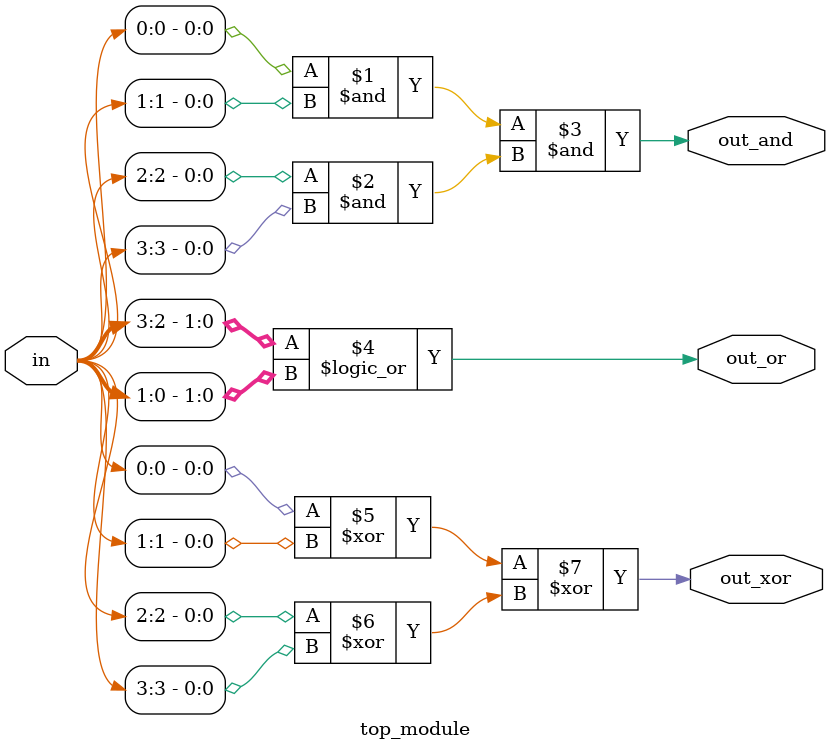
<source format=v>
/*
Build a combinational circuit with four inputs, in[3:0].\
    There are 3 outputs:
    * out_and: output of a 4-input AND gate.
    * oout_or: output of a 4-input OR gate.
    * oout_xor: output of a 4-input XOR gate.
 */
module top_module (
	input [3:0] in,
	output out_and, out_or, out_xor
);

	assign out_and = (in[0] & in[1]) & (in[2] & in[3]);
	assign out_or = in[3:2] || in[1:0];
	assign out_xor = (in[0] ^ in[1]) ^ (in[2] ^ in[3]);
endmodule
</source>
